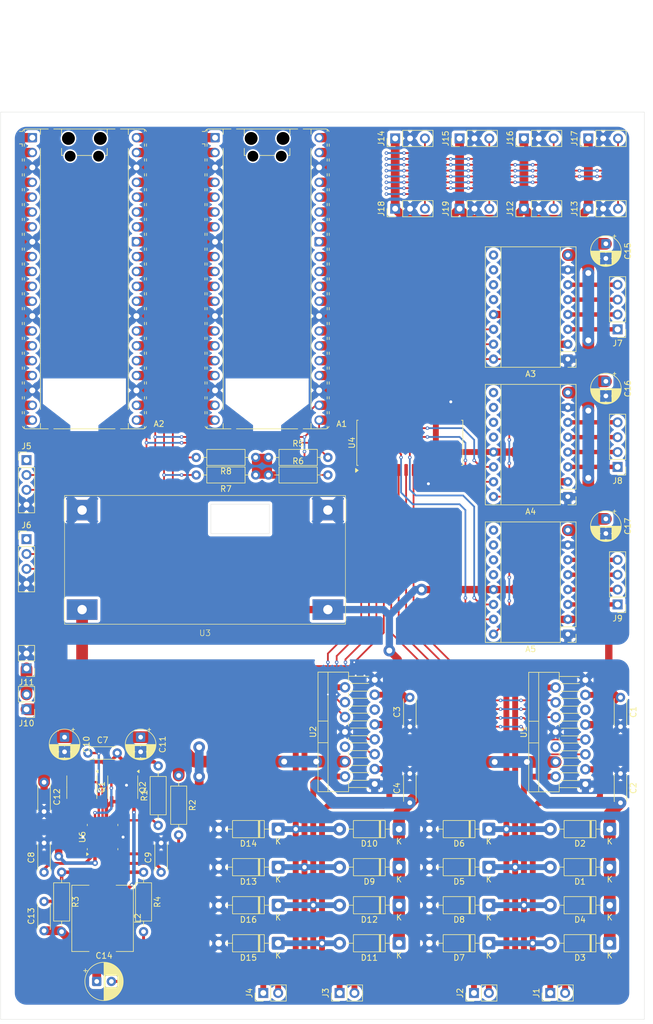
<source format=kicad_pcb>
(kicad_pcb (version 20241229) (generator "pcbnew") (generator_version "9.0")
  (layers (0 "F.Cu" signal) (2 "B.Cu" signal) (13 "F.Paste" user) (15 "B.Paste" user) (5 "F.SilkS" user "F.Silkscreen") (7 "B.SilkS" user "B.Silkscreen") (1 "F.Mask" user) (3 "B.Mask" user) (25 "Edge.Cuts" user))
  (net 0 "")
  (net 3 "I2C 0 SCL")
  (net 4 "Motor 2 Activation Pin")
  (net 5 "GNDPWR")
  (net 7 "Servo 3 PWM")
  (net 8 "Servo 8 PWM")
  (net 10 "Servo 2 PWM")
  (net 13 "+5VL")
  (net 14 "Servo 7 PWM")
  (net 16 "Servo 4 PWM")
  (net 18 "Servo 5 PWM")
  (net 20 "Motor 1 Activation Pin")
  (net 23 "Servo 1 PWM")
  (net 24 "Servo 6 PWM")
  (net 28 "Motor 3 Activation Pin")
  (net 30 "I2C 0 SDA")
  (net 33 "Motor 4 Activation Pin")
  (net 45 "I2C 1 SCL")
  (net 53 "I2C 1 SDA")
  (net 68 "Net-(A3-1A)")
  (net 69 "Net-(A3-1B)")
  (net 70 "Stepper 3 Sleep")
  (net 71 "Net-(A3-2A)")
  (net 72 "Steppers Dir")
  (net 73 "Stepper 3 Step")
  (net 74 "+12V")
  (net 75 "Net-(A3-2B)")
  (net 78 "Net-(A4-1B)")
  (net 80 "Stepper 1 Sleep")
  (net 81 "Net-(A4-2A)")
  (net 82 "Net-(A4-1A)")
  (net 85 "Net-(A4-2B)")
  (net 86 "Stepper 1 Step")
  (net 89 "Stepper 2 Sleep")
  (net 90 "Net-(A5-1B)")
  (net 91 "Net-(A5-1A)")
  (net 92 "Net-(A5-2A)")
  (net 93 "Stepper 2 Step")
  (net 96 "Net-(A5-2B)")
  (net 97 "Net-(U6-SW)")
  (net 98 "Net-(U6-BST)")
  (net 99 "Net-(U6-VCC)")
  (net 100 "Net-(U6-SS)")
  (net 101 "Net-(U6-FB)")
  (net 102 "+5VP")
  (net 103 "Net-(C14-Pad2)")
  (net 104 "Net-(D1-A)")
  (net 105 "Net-(D2-A)")
  (net 106 "Net-(D3-A)")
  (net 107 "Net-(D4-A)")
  (net 108 "Net-(D13-K)")
  (net 109 "Net-(D10-A)")
  (net 110 "Net-(D11-A)")
  (net 111 "Net-(D12-A)")
  (net 112 "Net-(J10-Pin_2)")
  (net 113 "Net-(Q1-G)")
  (net 114 "Net-(Q2-G)")
  (net 115 "Net-(U6-ILIM)")
  (net 116 "Net-(U6-RON)")
  (net 117 "Motor 1 Direction Pin 2")
  (net 118 "Motor 1 Direction Pin 1")
  (net 119 "Motor 2 Direction Pin 2")
  (net 120 "Motor 2 Direction Pin 1")
  (net 121 "Motor 4 Direction Pin 2")
  (net 122 "Motor 3 Direction Pin 1")
  (net 123 "Motor 3 Direction Pin 2")
  (net 124 "Motor 4 Direction Pin 1")
  (footprint "Connector_PinHeader_2.54mm:PinHeader_1x02_P2.54mm_Vertical" (layer "F.Cu") (at 235.5 218 90)
    (property "Reference" "J3")
    (property "Value" "Motor 2 Conn")
  )
  (footprint "Inductor_SMD:L_APV_APH1040" (layer "F.Cu") (at 195 205.25 -90)
    (property "Reference" "L2")
    (property "Value" "1.8uH")
  )
  (footprint "Capacitor_THT:C_Disc_D4.3mm_W1.9mm_P5.00mm" (layer "F.Cu") (at 185 197.3625 90)
    (property "Reference" "C8")
    (property "Value" "2.2uF")
  )
  (footprint "Module:Pololu_Breakout-16_15.2x20.3mm" (layer "F.Cu") (at 274.5 109.7 180)
    (property "Reference" "A3")
    (property "Value" "Pololu_Breakout_A4988")
  )
  (footprint "Package_SO:SOIC-8_3.9x4.9mm_P1.27mm" (layer "F.Cu") (at 198.45 182.8375 -90)
    (property "Reference" "Q2")
    (property "Value" "IRF8714PBF")
  )
  (footprint "Resistor_THT:R_Axial_DIN0207_L6.3mm_D2.5mm_P10.16mm_Horizontal" (layer "F.Cu") (at 208 180.84 -90)
    (property "Reference" "R2")
    (property "Value" "82.5kΩ")
  )
  (footprint "Diode_THT:D_DO-41_SOD81_P10.16mm_Horizontal" (layer "F.Cu") (at 281.66 209.5 180)
    (property "Reference" "D3")
    (property "Value" "1N4007")
  )
  (footprint "Connector_PinHeader_2.54mm:PinHeader_1x03_P2.54mm_Vertical" (layer "F.Cu") (at 267 84 90)
    (property "Reference" "J12")
    (property "Value" "Servo 4 Conn")
  )
  (footprint "Diode_THT:D_DO-41_SOD81_P10.16mm_Horizontal" (layer "F.Cu") (at 261 196.5 180)
    (property "Reference" "D5")
    (property "Value" "1N4007")
  )
  (footprint "Connector_PinHeader_2.54mm:PinHeader_1x04_P2.54mm_Vertical" (layer "F.Cu") (at 283 151.62 180)
    (property "Reference" "J9")
    (property "Value" "Stepper 3 Conn")
  )
  (footprint "Diode_THT:D_DO-41_SOD81_P10.16mm_Horizontal" (layer "F.Cu") (at 225 209.5 180)
    (property "Reference" "D15")
    (property "Value" "1N4007")
  )
  (footprint "Connector_PinHeader_2.54mm:PinHeader_1x04_P2.54mm_Vertical" (layer "F.Cu") (at 182 140.46)
    (property "Reference" "J6")
    (property "Value" "I2C 1 Conn")
  )
  (footprint "Module:RaspberryPi_Pico_Common_Unspecified" (layer "F.Cu") (at 191.89 96)
    (property "Reference" "A2")
    (property "Value" "RaspberryPi_Pico_W")
  )
  (footprint "Connector_PinHeader_2.54mm:PinHeader_1x03_P2.54mm_Vertical" (layer "F.Cu") (at 278 84 90)
    (property "Reference" "J13")
    (property "Value" "Servo 1 Conn")
  )
  (footprint "Capacitor_THT:C_Disc_D4.3mm_W1.9mm_P5.00mm" (layer "F.Cu") (at 185 207.3625 90)
    (property "Reference" "C13")
    (property "Value" "120pF")
  )
  (footprint "Package_SO:HTSSOP-14-1EP_4.4x5mm_P0.65mm_EP3.4x5mm_Mask3x3.1mm" (layer "F.Cu") (at 195 191.3625 90)
    (property "Reference" "U6")
    (property "Value" "LM3150MH")
  )
  (footprint "Module:Pololu_Breakout-16_15.2x20.3mm" (layer "F.Cu") (at 274.5 133.2 180)
    (property "Reference" "A4")
    (property "Value" "Pololu_Breakout_A4988")
  )
  (footprint "Connector_PinHeader_2.54mm:PinHeader_1x03_P2.54mm_Vertical" (layer "F.Cu") (at 245 72 90)
    (property "Reference" "J14")
    (property "Value" "Servo 2 Conn")
  )
  (footprint "Connector_PinHeader_2.54mm:PinHeader_1x02_P2.54mm_Vertical" (layer "F.Cu") (at 258.46 218 90)
    (property "Reference" "J2")
    (property "Value" "Motor 1 Conn")
  )
  (footprint "Connector_PinHeader_2.54mm:PinHeader_1x02_P2.54mm_Vertical" (layer "F.Cu") (at 271.5 218 90)
    (property "Reference" "J1")
    (property "Value" "Motor 0 Conn")
  )
  (footprint "Capacitor_THT:C_Disc_D4.3mm_W1.9mm_P5.00mm" (layer "F.Cu") (at 283.5 180.5 -90)
    (property "Reference" "C2")
    (property "Value" "100nF")
  )
  (footprint "Diode_THT:D_DO-41_SOD81_P10.16mm_Horizontal" (layer "F.Cu") (at 261 203 180)
    (property "Reference" "D8")
    (property "Value" "1N4007")
  )
  (footprint "Capacitor_THT:CP_Radial_D5.0mm_P2.50mm" (layer "F.Cu") (at 281 137 -90)
    (property "Reference" "C17")
    (property "Value" "100uF")
  )
  (footprint "Capacitor_THT:CP_Radial_D5.0mm_P2.50mm" (layer "F.Cu") (at 281 113.5 -90)
    (property "Reference" "C16")
    (property "Value" "100uF")
  )
  (footprint "Diode_THT:D_DO-41_SOD81_P10.16mm_Horizontal" (layer "F.Cu") (at 245.66 203 180)
    (property "Reference" "D12")
    (property "Value" "1N4007")
  )
  (footprint "Diode_THT:D_DO-41_SOD81_P10.16mm_Horizontal" (layer "F.Cu") (at 261 209.5 180)
    (property "Reference" "D7")
    (property "Value" "1N4007")
  )
  (footprint "LM2596S-Module:LM2596S-Module" (layer "F.Cu") (at 212.5 144)
    (property "Reference" "U3")
    (property "Value" "~")
    (fp_rect (start 1 -9.5) (end 11 -4.5) (stroke (width 0.05)) (fill no) (layer "Edge.Cuts"))
  )
  (footprint "Diode_THT:D_DO-41_SOD81_P10.16mm_Horizontal" (layer "F.Cu") (at 281.66 190 180)
    (property "Reference" "D2")
    (property "Value" "1N4007")
  )
  (footprint "Package_SO:SOIC-8_3.9x4.9mm_P1.27mm" (layer "F.Cu") (at 191.45 182.8375 -90)
    (property "Reference" "Q1")
    (property "Value" "IRF8714PBF")
  )
  (footprint "Capacitor_THT:CP_Radial_D5.0mm_P2.50mm" (layer "F.Cu") (at 281 90 -90)
    (property "Reference" "C15")
    (property "Value" "100uF")
  )
  (footprint "Connector_PinHeader_2.54mm:PinHeader_1x03_P2.54mm_Vertical" (layer "F.Cu") (at 245 84 90)
    (property "Reference" "J18")
    (property "Value" "Servo 7 Conn")
  )
  (footprint "Connector_PinHeader_2.54mm:PinHeader_1x03_P2.54mm_Vertical" (layer "F.Cu") (at 267 72 90)
    (property "Reference" "J16")
    (property "Value" "Servo 5 Conn")
  )
  (footprint "Capacitor_THT:CP_Radial_D5.0mm_P2.50mm" (layer "F.Cu") (at 201.5 174.294888 -90)
    (property "Reference" "C11")
    (property "Value" "10uF")
  )
  (footprint "Capacitor_THT:C_Disc_D4.3mm_W1.9mm_P5.00mm" (layer "F.Cu") (at 247.5 172.5 90)
    (property "Reference" "C3")
    (property "Value" "100nF")
  )
  (footprint "Module:RaspberryPi_Pico_Common_Unspecified" (layer "F.Cu") (at 223.11 96)
    (property "Reference" "A1")
    (property "Value" "RaspberryPi_Pico")
  )
  (footprint "Diode_THT:D_DO-41_SOD81_P10.16mm_Horizontal" (layer "F.Cu") (at 245.66 190 180)
    (property "Reference" "D10")
    (property "Value" "1N4007")
  )
  (footprint "Connector_PinHeader_2.54mm:PinHeader_1x03_P2.54mm_Vertical" (layer "F.Cu") (at 256 72 90)
    (property "Reference" "J15")
    (property "Value" "Servo 3 Conn")
  )
  (footprint "Resistor_THT:R_Axial_DIN0207_L6.3mm_D2.5mm_P10.16mm_Horizontal" (layer "F.Cu") (at 223.34 126.5)
    (property "Reference" "R5")
    (property "Value" "4.7kΩ")
  )
  (footprint "Connector_PinHeader_2.54mm:PinHeader_1x02_P2.54mm_Vertical" (layer "F.Cu") (at 182 162.54 180)
    (property "Reference" "J11")
    (property "Value" "BAU")
  )
  (footprint "Diode_THT:D_DO-41_SOD81_P10.16mm_Horizontal" (layer "F.Cu") (at 225 203 180)
    (property "Reference" "D16")
    (property "Value" "1N4007")
  )
  (footprint "Capacitor_THT:C_Disc_D4.3mm_W1.9mm_P5.00mm" (layer "F.Cu") (at 185 182 -90)
    (property "Reference" "C12")
    (property "Value" "100nF")
  )
  (footprint "Capacitor_THT:C_Disc_D4.3mm_W1.9mm_P5.00mm" (layer "F.Cu") (at 283.5 167.5 -90)
    (property "Reference" "C1")
    (property "Value" "100nF")
  )
  (footprint "Package_SO:SOIC-28W_7.5x17.9mm_P1.27mm" (layer "F.Cu") (at 247.5 124 90)
    (property "Reference" "U4")
    (property "Value" "MCP23017_SO")
  )
  (footprint "Diode_THT:D_DO-41_SOD81_P10.16mm_Horizontal" (layer "F.Cu") (at 281.66 203 180)
    (property "Reference" "D4")
    (property "Value" "1N4007")
  )
  (footprint "Module:Pololu_Breakout-16_15.2x20.3mm" (layer "F.Cu") (at 274.5 156.7 180)
    (property "Reference" "A5")
    (property "Value" "Pololu_Breakout_A4988")
  )
  (footprint "Connector_PinHeader_2.54mm:PinHeader_1x03_P2.54mm_Vertical" (layer "F.Cu") (at 278 72 90)
    (property "Reference" "J17")
    (property "Value" "Servo 6 Conn")
  )
  (footprint "Capacitor_THT:C_Disc_D4.3mm_W1.9mm_P5.00mm" (layer "F.Cu") (at 192.5 177)
    (property "Reference" "C7")
    (property "Value" "470nF")
  )
  (footprint "Diode_THT:D_DO-41_SOD81_P10.16mm_Horizontal" (layer "F.Cu") (at 281.66 196.5 180)
    (property "Reference" "D1")
    (property "Value" "1N4007")
  )
  (footprint "Resistor_THT:R_Axial_DIN0207_L6.3mm_D2.5mm_P10.16mm_Horizontal" (layer "F.Cu") (at 223.34 129.5)
    (property "Reference" "R6")
    (property "Value" "4.7kΩ")
  )
  (footprint "Diode_THT:D_DO-41_SOD81_P10.16mm_Horizontal" (layer "F.Cu") (at 245.66 196.5 180)
    (property "Reference" "D9")
    (property "Value" "1N4007")
  )
  (footprint "Resistor_THT:R_Axial_DIN0207_L6.3mm_D2.5mm_P10.16mm_Horizontal" (layer "F.Cu") (at 221.16 129.5 180)
    (property "Reference" "R7")
    (property "Value" "4.7kΩ")
  )
  (footprint "Resistor_THT:R_Axial_DIN0207_L6.3mm_D2.5mm_P10.16mm_Horizontal" (layer "F.Cu") (at 202 197.3625 -90)
    (property "Reference" "R4")
    (property "Value" "10kΩ")
  )
  (footprint "Capacitor_THT:CP_Radial_D6.3mm_P2.50mm" (layer "F.Cu") (at 194 216.0225)
    (property "Reference" "C14")
    (property "Value" "120uF")
  )
  (footprint "Package_TO_SOT_THT:TO-220-15_P2.54x5.08mm_StaggerOdd_Lead4.58mm_Vertical" (layer "F.Cu") (at 277.5 182.31 90)
    (property "Reference" "U1")
    (property "Value" "L298HN")
  )
  (footprint "Capacitor_THT:C_Disc_D4.3mm_W1.9mm_P5.00mm" (layer "F.Cu") (at 247.5 185.5 90)
    (property "Reference" "C4")
    (property "Value" "100nF")
  )
  (footprint "Resistor_THT:R_Axial_DIN0207_L6.3mm_D2.5mm_P10.16mm_Horizontal" (layer "F.Cu") (at 188 197.3625 -90)
    (property "Reference" "R3")
    (property "Value" "73.2kΩ")
  )
  (footprint "Capacitor_THT:C_Disc_D4.3mm_W1.9mm_P5.00mm" (layer "F.Cu") (at 205 197.3625 90)
    (property "Reference" "C9")
    (property "Value" "15nF")
  )
  (footprint "Connector_PinHeader_2.54mm:PinHeader_1x04_P2.54mm_Vertical" (layer "F.Cu") (at 182 126.96)
    (property "Reference" "J5")
    (property "Value" "I2C 0 Conn")
  )
  (footprint "Diode_THT:D_DO-41_SOD81_P10.16mm_Horizontal" (layer "F.Cu") (at 245.66 209.5 180)
    (property "Reference" "D11")
    (property "Value" "1N4007")
  )
  (footprint "Resistor_THT:R_Axial_DIN0207_L6.3mm_D2.5mm_P10.16mm_Horizontal" (layer "F.Cu") (at 221.16 126.5 180)
    (property "Reference" "R8")
    (property "Value" "4.7kΩ")
  )
  (footprint "Connector_PinHeader_2.54mm:PinHeader_1x03_P2.54mm_Vertical" (layer "F.Cu") (at 256 84 90)
    (property "Reference" "J19")
    (property "Value" "Servo 8 Conn")
  )
  (footprint "Package_TO_SOT_THT:TO-220-15_P2.54x5.08mm_StaggerOdd_Lead4.58mm_Vertical" (layer "F.Cu") (at 241.5 182.28 90)
    (property "Reference" "U2")
    (property "Value" "L298HN")
  )
  (footprint "Diode_THT:D_DO-41_SOD81_P10.16mm_Horizontal" (layer "F.Cu") (at 261 190 180)
    (property "Reference" "D6")
    (property "Value" "1N4007")
  )
  (footprint "Connector_PinHeader_2.54mm:PinHeader_1x04_P2.54mm_Vertical" (layer "F.Cu") (at 283 128.12 180)
    (property "Reference" "J8")
    (property "Value" "Stepper 2 Conn")
  )
  (footprint "Diode_THT:D_DO-41_SOD81_P10.16mm_Horizontal" (layer "F.Cu") (at 225 190 180)
    (property "Reference" "D14")
    (property "Value" "1N4007")
  )
  (footprint "Connector_PinHeader_2.54mm:PinHeader_1x02_P2.54mm_Vertical" (layer "F.Cu") (at 222.46 218 90)
    (property "Reference" "J4")
    (property "Value" "Motor 3 Conn")
  )
  (footprint "Connector_PinHeader_2.54mm:PinHeader_1x04_P2.54mm_Vertical" (layer "F.Cu") (at 283 104.62 180)
    (property "Reference" "J7")
    (property "Value" "Stepper 1 Conn")
  )
  (footprint "Capacitor_THT:CP_Radial_D5.0mm_P2.50mm" (layer "F.Cu") (at 188.5 174.294888 -90)
    (property "Reference" "C10")
    (property "Value" "10uF")
  )
  (footprint "Diode_THT:D_DO-41_SOD81_P10.16mm_Horizontal" (layer "F.Cu") (at 225 196.5 180)
    (property "Reference" "D13")
    (property "Value" "1N4007")
  )
  (footprint "Resistor_THT:R_Axial_DIN0207_L6.3mm_D2.5mm_P10.16mm_Horizontal" (layer "F.Cu") (at 204.5 189.3625 90)
    (property "Reference" "R1")
    (property "Value" "665Ω")
  )
  (footprint "Connector_PinHeader_2.54mm:PinHeader_1x02_P2.54mm_Vertical" (layer "F.Cu") (at 182 169.54 180)
    (property "Reference" "J10")
    (property "Value" "12V Battery")
  )
  (gr_rect (start 177.58 67.5) (end 287.58 222.5) (stroke (width 0.05)) (fill no) (layer "Edge.Cuts"))
  (segment (start 204 131) (end 202.96 132.04) (width 0.3) (layer "F.Cu") (net 3))
  (segment (start 253.215 128.65) (end 253.215 126.58) (width 0.2) (layer "F.Cu") (net 3))
  (segment (start 231.41 117.59) (end 232 117.59) (width 0.3) (layer "F.Cu") (net 3))
  (segment (start 230.5 122) (end 229.5 123) (width 0.3) (layer "F.Cu") (net 3))
  (segment (start 230.5 122) (end 230.5 118.5) (width 0.3) (layer "F.Cu") (net 3))
  (segment (start 229.5 125.5) (end 229.5 128.5) (width 0.3) (layer "F.Cu") (net 3))
  (segment (start 230.5 118.5) (end 231.41 117.59) (width 0.3) (layer "F.Cu") (net 3))
  (segment (start 202.96 132.04) (end 182 132.04) (width 0.3) (layer "F.Cu") (net 3))
  (segment (start 229.5 123) (end 208.5 123) (width 0.3) (layer "F.Cu") (net 3))
  (segment (start 229.5 128.5) (end 230.5 129.5) (width 0.3) (layer "F.Cu") (net 3))
  (segment (start 204 123) (end 204 131) (width 0.3) (layer "F.Cu") (net 3))
  (segment (start 204 123) (end 204 119) (width 0.3) (layer "F.Cu") (net 3))
  (segment (start 204 119) (end 202.59 117.59) (width 0.3) (layer "F.Cu") (net 3))
  (segment (start 230.5 129.5) (end 233.5 129.5) (width 0.3) (layer "F.Cu") (net 3))
  (segment (start 202.59 117.59) (end 200.78 117.59) (width 0.3) (layer "F.Cu") (net 3))
  (via (at 208.5 123) (size 0.6) (drill 0.3) (layers "F.Cu" "B.Cu") (net 3))
  (via (at 204 123) (size 0.6) (drill 0.3) (layers "F.Cu" "B.Cu") (net 3))
  (via (at 229.5 123) (size 0.6) (drill 0.3) (layers "F.Cu" "B.Cu") (net 3))
  (via (at 229.5 125.5) (size 0.6) (drill 0.3) (layers "F.Cu" "B.Cu") (net 3))
  (segment (start 204 123) (end 208.5 123) (width 0.3) (layer "B.Cu") (net 3))
  (segment (start 229.5 125.5) (end 229.5 123) (width 0.3) (layer "B.Cu") (net 3))
  (segment (start 195.65 192.0125) (end 195 191.3625) (width 0.5) (layer "F.Cu") (net 5))
  (segment (start 199.085 180.3625) (end 197.815 180.3625) (width 1) (layer "F.Cu") (net 5))
  (segment (start 196.3 190.0625) (end 195 191.3625) (width 0.5) (layer "F.Cu") (net 5))
  (segment (start 195 191.3625) (end 194.3625 191.3625) (width 0.5) (layer "F.Cu") (net 5))
  (segment (start 193.05 190.05) (end 193.05 188.5) (width 0.6) (layer "F.Cu") (net 5))
  (segment (start 254.485 117.015) (end 254.5 117) (width 0.6) (layer "F.Cu") (net 5))
  (segment (start 195 191.3625) (end 191.6375 191.3625) (width 1) (layer "F.Cu") (net 5))
  (segment (start 196.3 188.5) (end 196.3 190.0625) (width 0.6) (layer "F.Cu") (net 5))
  (segment (start 200.355 180.3625) (end 199.085 180.3625) (width 1) (layer "F.Cu") (net 5))
  (segment (start 250.675 128.65) (end 250.675 131) (width 1) (layer "F.Cu") (net 5))
  (segment (start 195.65 194.225) (end 195.65 192.0125) (width 0.6) (layer "F.Cu") (net 5))
  (segment (start 254.485 119.35) (end 253.215 119.35) (width 0.6) (layer "F.Cu") (net 5))
  (segment (start 255.755 119.35) (end 254.485 119.35) (width 0.6) (layer "F.Cu") (net 5))
  (segment (start 195 191.3625) (end 198.5 191.3625) (width 1) (layer "F.Cu") (net 5))
  (segment (start 194.3625 191.3625) (end 193.05 190.05) (width 0.5) (layer "F.Cu") (net 5))
  (segment (start 254.485 119.35) (end 254.485 117.015) (width 0.6) (layer "F.Cu") (net 5))
  (segment (start 199.085 182.5) (end 199.085 180.3625) (width 1) (layer "F.Cu") (net 5))
  (via (at 198.5 191.3625) (size 1) (drill 0.5) (layers "F.Cu" "B.Cu") (net 5))
  (via (at 191.6375 191.3625) (size 1) (drill 0.5) (layers "F.Cu" "B.Cu") (net 5))
  (via (at 199.085 182.5) (size 1) (drill 0.5) (layers "F.Cu" "B.Cu") (net 5))
  (via (at 254.5 117) (size 1) (drill 0.5) (layers "F.Cu" "B.Cu") (net 5))
  (via (at 250.675 131) (size 1) (drill 0.5) (layers "F.Cu" "B.Cu") (net 5))
  (segment (start 260.08 75.5) (end 257.5 75.5) (width 0.3) (layer "F.Cu") (net 7))
  (segment (start 261.08 72) (end 261.08 74.5) (width 0.3) (layer "F.Cu") (net 7))
  (segment (start 261.08 74.5) (end 260.08 75.5) (width 0.3) (layer "F.Cu") (net 7))
  (segment (start 254.5 75.5) (end 246.5 75.5) (width 0.3) (layer "F.Cu") (net 7))
  (via (at 254.5 75.5) (size 0.6) (drill 0.3) (layers "F.Cu" "B.Cu") (net 7))
  (via (at 243.5 75.5) (size 0.6) (drill 0.3) (layers "F.Cu" "B.Cu") (net 7))
  (via (at 257.5 75.5) (size 0.6) (drill 0.3) (layers "F.Cu" "B.Cu") (net 7))
  (via (at 246.5 75.5) (size 0.6) (drill 0.3) (layers "F.Cu" "B.Cu") (net 7))
  (segment (start 246.5 75.5) (end 243.5 75.5) (width 0.3) (layer "B.Cu") (net 7))
  (segment (start 257.5 75.5) (end 254.5 75.5) (width 0.3) (layer "B.Cu") (net 7))
  (segment (start 260.08 80.5) (end 257.5 80.5) (width 0.3) (layer "F.Cu") (net 8))
  (segment (start 261.08 84) (end 261.08 81.5) (width 0.3) (layer "F.Cu") (net 8))
  (segment (start 261.08 81.5) (end 260.08 80.5) (width 0.3) (layer "F.Cu") (net 8))
  (segment (start 254.5 80.5) (end 246.5 80.5) (width 0.3) (layer "F.Cu") (net 8))
  (via (at 246.5 80.5) (size 0.6) (drill 0.3) (layers "F.Cu" "B.Cu") (net 8))
  (via (at 257.5 80.5) (size 0.6) (drill 0.3) (layers "F.Cu" "B.Cu") (net 8))
  (via (at 243.5 80.5) (size 0.6) (drill 0.3) (layers "F.Cu" "B.Cu") (net 8))
  (via (at 254.5 80.5) (size 0.6) (drill 0.3) (layers "F.Cu" "B.Cu") (net 8))
  (segment (start 257.5 80.5) (end 254.5 80.5) (width 0.3) (layer "B.Cu") (net 8))
  (segment (start 246.5 80.5) (end 243.5 80.5) (width 0.3) (layer "B.Cu") (net 8))
  (segment (start 250.08 72) (end 250.08 73.5) (width 0.3) (layer "F.Cu") (net 10))
  (segment (start 250.08 73.5) (end 249.08 74.5) (width 0.3) (layer "F.Cu") (net 10))
  (segment (start 249.08 74.5) (end 246.5 74.5) (width 0.3) (layer "F.Cu") (net 10))
  (via (at 243.5 74.5) (size 0.6) (drill 0.3) (layers "F.Cu" "B.Cu") (net 10))
  (via (at 246.5 74.5) (size 0.6) (drill 0.3) (layers "F.Cu" "B.Cu") (net 10))
  (segment (start 246.5 74.5) (end 243.5 74.5) (width 0.3) (layer "B.Cu") (net 10))
  (segment (start 221.16 126.5) (end 223.34 126.5) (width 1.25) (layer "F.Cu") (net 13))
  (segment (start 227 130.5) (end 227 151.5) (width 1.25) (layer "F.Cu") (net 13))
  (segment (start 245.5 166.28) (end 246.72 167.5) (width 1.25) (layer "F.Cu") (net 13))
  (segment (start 221.16 127.32) (end 223.34 129.5) (width 1.25) (layer "F.Cu") (net 13))
  (segment (start 265.08 149.08) (end 270.16 144) (width 1.25) (layer "F.Cu") (net 13))
  (segment (start 274.5 130.66) (end 270.16 130.66) (width 1.25) (layer "F.Cu") (net 13))
  (segment (start 245.5 171) (end 244.38 172.12) (width 1.25) (layer "F.Cu") (net 13))
  (segment (start 270.16 154.16) (end 265.08 149.08) (width 1.25) (layer "F.Cu") (net 13))
  (segment (start 244.38 172.12) (end 241.5 172.12) (width 1.25) (layer "F.Cu") (net 13))
  (segment (start 280.2 172.15) (end 281.5 170.85) (width 1.25) (layer "F.Cu") (net 13))
  (segment (start 227 151.5) (end 228 152.5) (width 1.25) (layer "F.Cu") (net 13))
  (segment (start 251.945 119.35) (end 251.945 125.58) (width 1) (layer "F.Cu") (net 13))
  (segment (start 261.8 102.08) (end 265.08 102.08) (width 1.25) (layer "F.Cu") (net 13))
  (segment (start 221.16 129.5) (end 221.16 128.68) (width 1.25) (layer "F.Cu") (net 13))
  (segment (start 250.515 125.58) (end 249.405 126.69) (width 1) (layer "F.Cu") (net 13))
  (segment (start 283 167.5) (end 283.5 167.5) (width 1.25) (layer "F.Cu") (net 13))
  (segment (start 270.16 120.5) (end 265.08 125.58) (width 1.25) (layer "F.Cu") (net 13))
  (segment (start 270.16 130.66) (end 265.08 125.58) (width 1.25) (layer "F.Cu") (net 13))
  (segment (start 252 125.58) (end 250.515 125.58) (width 1) (layer "F.Cu") (net 13))
  (segment (start 265.08 149.08) (end 261.8 149.08) (width 1.25) (layer "F.Cu") (net 13))
  (segment (start 274.5 154.16) (end 280.16 154.16) (width 1.25) (layer "F.Cu") (net 13))
  (segment (start 245.5 168.72) (end 245.5 171) (width 1.25) (layer "F.Cu") (net 13))
  (segment (start 245.5 161) (end 245.5 166.28) (width 1.25) (layer "F.Cu") (net 13))
  (segment (start 226 129.5) (end 227 130.5) (width 1.25) (layer "F.Cu") (net 13))
  (segment (start 277.34 172.15) (end 280.2 172.15) (width 1.25) (layer "F.Cu") (net 13))
  (segment (start 270.16 130.66) (end 270.16 144) (width 1.25) (layer "F.Cu") (net 13))
  (segment (start 221.16 129.5) (end 223.34 129.5) (width 1.25) (layer "F.Cu") (net 13))
  (segment (start 221.16 126.5) (end 221.16 127.32) (width 1.25) (layer "F.Cu") (net 13))
  (segment (start 261.8 125.58) (end 252 125.58) (width 1) (layer "F.Cu") (net 13))
  (segment (start 281.5 166) (end 283 167.5) (width 1.25) (layer "F.Cu") (net 13))
  (segment (start 265.08 125.58) (end 261.8 125.58) (width 1.25) (layer "F.Cu") (net 13))
  (segment (start 280.16 154.16) (end 281.5 155.5) (width 1.25) (layer "F.Cu") (net 13))
  (segment (start 246.72 167.5) (end 245.5 168.72) (width 1.25) (layer "F.Cu") (net 13))
  (segment (start 270.16 107.16) (end 270.16 120.5) (width 1.25) (layer "F.Cu") (net 13))
  (segment (start 223.34 129.5) (end 226 129.5) (width 1.25) (layer "F.Cu") (net 13))
  (segment (start 270.16 107.16) (end 274.5 107.16) (width 1.25) (layer "F.Cu") (net 13))
  (segment (start 228 152.5) (end 233.5 152.5) (width 1.25) (layer "F.Cu") (net 13))
  (segment (start 261.8 149.08) (end 249.5 149.08) (width 1.25) (layer "F.Cu") (net 13))
  (segment (start 249.405 126.69) (end 249.405 128.65) (width 1) (layer "F.Cu") (net 13))
  (segment (start 223.34 126.5) (end 223.34 129.5) (width 1.25) (layer "F.Cu") (net 13))
  (segment (start 274.5 154.16) (end 270.16 154.16) (width 1.25) (layer "F.Cu") (net 13))
  (segment (start 281.5 170.85) (end 281.5 169) (width 1.25) (layer "F.Cu") (net 13))
  (segment (start 281.5 155.5) (end 281.5 166) (width 1.25) (layer "F.Cu") (net 13))
  (segment (start 221.16 128.68) (end 223.34 126.5) (width 1.25) (layer "F.Cu") (net 13))
  (segment (start 246.72 167.5) (end 247.5 167.5) (width 1.25) (layer "F.Cu") (net 13))
  (segment (start 221.16 126.5) (end 221.16 129.5) (width 1.25) (layer "F.Cu") (net 13))
  (segment (start 244 159.5) (end 245.5 161) (width 1.25) (layer "F.Cu") (net 13))
  (segment (start 265.08 102.08) (end 270.16 107.16) (width 1.25) (layer "F.Cu") (net 13))
  (segment (start 281.5 169) (end 283 167.5) (width 1.25) (layer "F.Cu") (net 13))
  (via (at 244 159.5) (size 2) (drill 1) (layers "F.Cu" "B.Cu") (net 13))
  (via (at 249.5 149.08) (size 2) (drill 1) (layers "F.Cu" "B.Cu") (net 13))
  (segment (start 244 153.5) (end 248.42 149.08) (width 1.25) (layer "B.Cu") (net 13))
  (segment (start 248.42 149.08) (end 249.5 149.08) (width 1.25) (layer "B.Cu") (net 13))
  (segment (start 243 152.5) (end 233.5 152.5) (width 1.25) (layer "B.Cu") (net 13))
  (segment (start 244 159.5) (end 244 153.5) (width 1.25) (layer "B.Cu") (net 13))
  (segment (start 244 153.5) (end 243 152.5) (width 1.25) (layer "B.Cu") (net 13))
  (segment (start 250.08 82.5) (end 249.08 81.5) (width 0.3) (layer "F.Cu") (net 14))
  (segment (start 250.08 84) (end 250.08 82.5) (width 0.3) (layer "F.Cu") (net 14))
  (segment (start 249.08 81.5) (end 246.5 81.5) (width 0.3) (layer "F.Cu") (net 14))
  (via (at 246.5 81.5) (size 0.6) (drill 0.3) (layers "F.Cu" "B.Cu") (net 14))
  (via (at 243.5 81.5) (size 0.6) (drill 0.3) (layers "F.Cu" "B.Cu") (net 14))
  (segment (start 246.5 81.5) (end 243.5 81.5) (width 0.3) (layer "B.Cu") (net 14))
  (segment (start 271.08 79.5) (end 268.5 79.5) (width 0.3) (layer "F.Cu") (net 16))
  (segment (start 265.5 79.5) (end 257.5 79.5) (width 0.3) (layer "F.Cu") (net 16))
  (segment (start 272.08 80.5) (end 271.08 79.5) (width 0.3) (layer "F.Cu") (net 16))
  (segment (start 254.5 79.5) (end 246.5 79.5) (width 0.3) (layer "F.Cu") (net 16))
  (segment (start 272.08 84) (end 272.08 80.5) (width 0.3) (layer "F.Cu") (net 16))
  (via (at 246.5 79.5) (size 0.6) (drill 0.3) (layers "F.Cu" "B.Cu") (net 16))
  (via (at 257.5 79.5) (size 0.6) (drill 0.3) (layers "F.Cu" "B.Cu") (net 16))
  (via (at 254.5 79.5) (size 0.6) (drill 0.3) (layers "F.Cu" "B.Cu") (net 16))
  (via (at 243.5 79.5) (size 0.6) (drill 0.3) (layers "F.Cu" "B.Cu") (net 16))
  (via (at 265.5 79.5) (size 0.6) (drill 0.3) (layers "F.Cu" "B.Cu") (net 16))
  (via (at 268.5 79.5) (size 0.6) (drill 0.3) (layers "F.Cu" "B.Cu") (net 16))
  (segment (start 246.5 79.5) (end 243.5 79.5) (width 0.3) (layer "B.Cu") (net 16))
  (segment (start 268.5 79.5) (end 265.5 79.5) (width 0.3) (layer "B.Cu") (net 16))
  (segment (start 257.5 79.5) (end 254.5 79.5) (width 0.3) (layer "B.Cu") (net 16))
  (segment (start 265.5 76.5) (end 257.5 76.5) (width 0.3) (layer "F.Cu") (net 18))
  (segment (start 272.08 72) (end 272.08 75.5) (width 0.3) (layer "F.Cu") (net 18))
  (segment (start 271.08 76.5) (end 268.5 76.5) (width 0.3) (layer "F.Cu") (net 18))
  (segment (start 272.08 75.5) (end 271.08 76.5) (width 0.3) (layer "F.Cu") (net 18))
  (segment (start 254.5 76.5) (end 246.5 76.5) (width 0.3) (layer "F.Cu") (net 18))
  (via (at 254.5 76.5) (size 0.6) (drill 0.3) (layers "F.Cu" "B.Cu") (net 18))
  (via (at 268.5 76.5) (size 0.6) (drill 0.3) (layers "F.Cu" "B.Cu") (net 18))
  (via (at 257.5 76.5) (size 0.6) (drill 0.3) (layers "F.Cu" "B.Cu") (net 18))
  (via (at 243.5 76.5) (size 0.6) (drill 0.3) (layers "F.Cu" "B.Cu") (net 18))
  (via (at 265.5 76.5) (size 0.6) (drill 0.3) (layers "F.Cu" "B.Cu") (net 18))
  (via (at 246.5 76.5) (size 0.6) (drill 0.3) (layers "F.Cu" "B.Cu") (net 18))
  (segment (start 246.5 76.5) (end 243.5 76.5) (width 0.3) (layer "B.Cu") (net 18))
  (segment (start 268.5 76.5) (end 265.5 76.5) (width 0.3) (layer "B.Cu") (net 18))
  (segment (start 257.5 76.5) (end 254.5 76.5) (width 0.3) (layer "B.Cu") (net 18))
  (segment (start 282 78.5) (end 279.5 78.5) (width 0.3) (layer "F.Cu") (net 23))
  (segment (start 276.5 78.5) (end 268.5 78.5) (width 0.3) (layer "F.Cu") (net 23))
  (segment (start 265.5 78.5) (end 257.5 78.5) (width 0.3) (layer "F.Cu") (net 23))
  (segment (start 254.5 78.5) (end 246.5 78.5) (width 0.3) (layer "F.Cu") (net 23))
  (segment (start 283.08 79.58) (end 282 78.5) (width 0.3) (layer "F.Cu") (net 23))
  (segment (start 283.08 84) (end 283.08 79.58) (width 0.3) (layer "F.Cu") (net 23))
  (via (at 257.5 78.5) (size 0.6) (drill 0.3) (layers "F.Cu" "B.Cu") (net 23))
  (via (at 254.5 78.5) (size 0.6) (drill 0.3) (layers "F.Cu" "B.Cu") (net 23))
  (via (at 265.5 78.5) (size 0.6) (drill 0.3) (layers "F.Cu" "B.Cu") (net 23))
  (via (at 279.5 78.5) (size 0.6) (drill 0.3) (layers "F.Cu" "B.Cu") (net 23))
  (via (at 276.5 78.5) (size 0.6) (drill 0.3) (layers "F.Cu" "B.Cu") (net 23))
  (via (at 268.5 78.5) (size 0.6) (drill 0.3) (layers "F.Cu" "B.Cu") (net 23))
  (via (at 243.5 78.5) (size 0.6) (drill 0.3) (layers "F.Cu" "B.Cu") (net 23))
  (via (at 246.5 78.5) (size 0.6) (drill 0.3) (layers "F.Cu" "B.Cu") (net 23))
  (segment (start 268.5 78.5) (end 265.5 78.5) (width 0.3) (layer "B.Cu") (net 23))
  (segment (start 246.5 78.5) (end 243.5 78.5) (width 0.3) (layer "B.Cu") (net 23))
  (segment (start 279.5 78.5) (end 276.5 78.5) (width 0.3) (layer "B.Cu") (net 23))
  (segment (start 257.5 78.5) (end 254.5 78.5) (width 0.3) (layer "B.Cu") (net 23))
  (segment (start 283.08 72) (end 283.08 76.5) (width 0.3) (layer "F.Cu") (net 24))
  (segment (start 257.5 77.5) (end 258 77.5) (width 0.3) (layer "F.Cu") (net 24))
  (segment (start 282.08 77.5) (end 279.5 77.5) (width 0.3) (layer "F.Cu") (net 24))
  (segment (start 276.5 77.5) (end 268.5 77.5) (width 0.3) (layer "F.Cu") (net 24))
  (segment (start 265.5 77.5) (end 257.5 77.5) (width 0.3) (layer "F.Cu") (net 24))
  (segment (start 254.5 77.5) (end 246.5 77.5) (width 0.3) (layer "F.Cu") (net 24))
  (segment (start 283.08 76.5) (end 282.08 77.5) (width 0.3) (layer "F.Cu") (net 24))
  (via (at 268.5 77.5) (size 0.6) (drill 0.3) (layers "F.Cu" "B.Cu") (net 24))
  (via (at 276.5 77.5) (size 0.6) (drill 0.3) (layers "F.Cu" "B.Cu") (net 24))
  (via (at 279.5 77.5) (size 0.6) (drill 0.3) (layers "F.Cu" "B.Cu") (net 24))
  (via (at 243.5 77.5) (size 0.6) (drill 0.3) (layers "F.Cu" "B.Cu") (net 24))
  (via (at 257.5 77.5) (size 0.6) (drill 0.3) (layers "F.Cu" "B.Cu") (net 24))
  (via (at 254.5 77.5) (size 0.6) (drill 0.3) (layers "F.Cu" "B.Cu") (net 24))
  (via (at 265.5 77.5) (size 0.6) (drill 0.3) (layers "F.Cu" "B.Cu") (net 24))
  (via (at 246.5 77.5) (size 0.6) (drill 0.3) (layers "F.Cu" "B.Cu") (net 24))
  (segment (start 246.5 77.5) (end 243.5 77.5) (width 0.3) (layer "B.Cu") (net 24))
  (segment (start 257.5 77.5) (end 254.5 77.5) (width 0.3) (layer "B.Cu") (net 24))
  (segment (start 279.5 77.5) (end 276.5 77.5) (width 0.3) (layer "B.Cu") (net 24))
  (segment (start 268.5 77.5) (end 265.5 77.5) (width 0.3) (layer "B.Cu") (net 24))
  (segment (start 202.5 128.5) (end 201.5 129.5) (width 0.3) (layer "F.Cu") (net 30))
  (segment (start 254.485 128.65) (end 254.485 126.58) (width 0.2) (layer "F.Cu") (net 30))
  (segment (start 201.5 129.5) (end 182 129.5) (width 0.3) (layer "F.Cu") (net 30))
  (segment (start 208.5 124) (end 231 124) (width 0.3) (layer "F.Cu") (net 30))
  (segment (start 232 123) (end 232 120.13) (width 0.3) (layer "F.Cu") (net 30))
  (segment (start 233.5 126.5) (end 231 124) (width 0.3) (layer "F.Cu") (net 30))
  (segment (start 202.5 120.13) (end 201.58 120.13) (width 0.3) (layer "F.Cu") (net 30))
  (segment (start 202.5 124) (end 202.5 120.13) (width 0.3) (layer "F.Cu") (net 30))
  (segment (start 231 124) (end 232 123) (width 0.3) (layer "F.Cu") (net 30))
  (segment (start 202.5 124) (end 202.5 128.5) (width 0.3) (layer "F.Cu") (net 30))
  (segment (start 200.5 120.41) (end 200.78 120.13) (width 0.2) (layer "F.Cu") (net 30))
  (via (at 208.5 124) (size 0.6) (drill 0.3) (layers "F.Cu" "B.Cu") (net 30))
  (via (at 202.5 124) (size 0.6) (drill 0.3) (layers "F.Cu" "B.Cu") (net 30))
  (segment (start 202.5 124) (end 208.5 124) (width 0.3) (layer "B.Cu") (net 30))
  (segment (start 207 111) (end 205.97 109.97) (width 0.3) (layer "F.Cu") (net 45))
  (segment (start 205.96 145.54) (end 207 144.5) (width 0.3) (layer "F.Cu") (net 45))
  (segment (start 207 144.5) (end 207 126.5) (width 0.3) (layer "F.Cu") (net 45))
  (segment (start 182 145.54) (end 205.96 145.54) (width 0.3) (layer "F.Cu") (net 45))
  (segment (start 207 126.5) (end 207 111) (width 0.3) (layer "F.Cu") (net 45))
  (segment (start 211 126.5) (end 207 126.5) (width 0.3) (layer "F.Cu") (net 45))
  (segment (start 205.97 109.97) (end 200.78 109.97) (width 0.3) (layer "F.Cu") (net 45))
  (segment (start 204.5 143) (end 205.5 142) (width 0.3) (layer "F.Cu") (net 53))
  (segment (start 205.5 113.5) (end 204.51 112.51) (width 0.3) (layer "F.Cu") (net 53))
  (segment (start 205.5 142) (end 205.5 129.5) (width 0.3) (layer "F.Cu") (net 53))
  (segment (start 204.51 112.51) (end 200.78 112.51) (width 0.3) (layer "F.Cu") (net 53))
  (segment (start 211 129.5) (end 208.5 129.5) (width 0.3) (layer "F.Cu") (net 53))
  (segment (start 182 143) (end 204.5 143) (width 0.3) (layer "F.Cu") (net 53))
  (segment (start 205.5 129.5) (end 205.5 113.5) (width 0.3) (layer "F.Cu") (net 53))
  (via (at 205.5 129.5) (size 0.6) (drill 0.3) (layers "F.Cu" "B.Cu") (net 53))
  (via (at 208.5 129.5) (size 0.6) (drill 0.3) (layers "F.Cu" "B.Cu") (net 53))
  (segment (start 208.5 129.5) (end 205.5 129.5) (width 0.3) (layer "B.Cu") (net 53))
  (segment (start 274.34 102.08) (end 283 102.08) (width 0.75) (layer "F.Cu") (net 68))
  (segment (start 283 104.62) (end 274.34 104.62) (width 0.75) (layer "F.Cu") (net 69))
  (segment (start 244.325 119.35) (end 244.325 122.325) (width 0.3) (layer "F.Cu") (net 70))
  (segment (start 244.325 122.325) (end 247.5 125.5) (width 0.3) (layer "F.Cu") (net 70))
  (segment (start 247.5 125.5) (end 247.5 126.5) (width 0.3) (layer "F.Cu") (net 70))
  (segment (start 259.62 151.62) (end 258.5 150.5) (width 0.3) (layer "F.Cu") (net 70))
  (segment (start 261.8 151.62) (end 259.62 151.62) (width 0.3) (layer "F.Cu") (net 70))
  (via (at 258.5 150.5) (size 0.6) (drill 0.3) (layers "F.Cu" "B.Cu") (net 70))
  (via (at 247.5 126.5) (size 0.6) (drill 0.3) (layers "F.Cu" "B.Cu") (net 70))
  (segment (start 247.5 126.5) (end 247.5 132) (width 0.3) (layer "B.Cu") (net 70))
  (segment (start 247.5 132) (end 248.5 133) (width 0.3) (layer "B.Cu") (net 70))
  (segment (start 256.590096 133) (end 258.5 134.909904) (width 0.3) (layer "B.Cu") (net 70))
  (segment (start 248.5 133) (end 256.590096 133) (width 0.3) (layer "B.Cu") (net 70))
  (segment (start 258.5 134.909904) (end 258.5 150.5) (width 0.3) (layer "B.Cu") (net 70))
  (segment (start 283 99.54) (end 274.34 99.54) (width 0.75) (layer "F.Cu") (net 71))
  (segment (start 263.2 109.7) (end 264.5 111) (width 0.3) (layer "F.Cu") (net 72))
  (segment (start 264.5 134.4) (end 264.5 147) (width 0.3) (layer "F.Cu") (net 72))
  (segment (start 261.8 109.7) (end 263.2 109.7) (width 0.3) (layer "F.Cu") (net 72))
  (segment (start 264.5 132) (end 264.5 127.5) (width 0.3) (layer "F.Cu") (net 72))
  (segment (start 263.3 133.2) (end 264.5 134.4) (width 0.3) (layer "F.Cu") (net 72))
  (segment (start 248.135 119.35) (end 248.135 110.865) (width 0.3) (layer "F.Cu") (net 72))
  (segment (start 248.135 110.865) (end 249.3 109.7) (width 0.3) (layer "F.Cu") (net 72))
  (segment (start 261.8 156.7) (end 264.5 154) (width 0.3) (layer "F.Cu") (net 72))
  (segment (start 264.5 154) (end 264.5 151) (width 0.3) (layer "F.Cu") (net 72))
  (segment (start 261.8 133.2) (end 263.3 133.2) (width 0.3) (layer "F.Cu") (net 72))
  (segment (start 264.5 111) (end 264.5 123.5) (width 0.3) (layer "F.Cu") (net 72))
  (segment (start 263.3 133.2) (end 264.5 132) (width 0.3) (layer "F.Cu") (net 72))
  (segment (start 249.3 109.7) (end 261.8 109.7) (width 0.3) (layer "F.Cu") (net 72))
  (via (at 264.5 147) (size 0.6) (drill 0.3) (layers "F.Cu" "B.Cu") (net 72))
  (via (at 264.5 123.5) (size 0.6) (drill 0.3) (layers "F.Cu" "B.Cu") (net 72))
  (via (at 264.5 127.5) (size 0.6) (drill 0.3) (layers "F.Cu" "B.Cu") (net 72))
  (via (at 264.5 151) (size 0.6) (drill 0.3) (layers "F.Cu" "B.Cu") (net 72))
  (segment (start 264.5 127.5) (end 264.5 123.5) (width 0.3) (layer "B.Cu") (net 72))
  (segment (start 264.5 151) (end 264.5 147) (width 0.3) (layer "B.Cu") (net 72))
  (segment (start 243.055 123) (end 246 125.945) (width 0.3) (layer "F.Cu") (net 73))
  (segment (start 257 153) (end 258.16 154.16) (width 0.3) (layer "F.Cu") (net 73))
  (segment (start 246 125.945) (end 246 126.5) (width 0.3) (layer "F.Cu") (net 73))
  (segment (start 258.16 154.16) (end 261.8 154.16) (width 0.3) (layer "F.Cu") (net 73))
  (segment (start 243.055 119.35) (end 243.055 123) (width 0.3) (layer "F.Cu") (net 73))
  (segment (start 257 150.5) (end 257 153) (width 0.3) (layer "F.Cu") (net 73))
  (via (at 246 126.5) (size 0.6) (drill 0.3) (layers "F.Cu" "B.Cu") (net 73))
  (via (at 257 150.5) (size 0.6) (drill 0.3) (layers "F.Cu" "B.Cu") (net 73))
  (segment (start 256 134.5) (end 257 135.5) (width 0.3) (layer "B.Cu") (net 73))
  (segment (start 246 126.5) (end 246 132.5) (width 0.3) (layer "B.Cu") (net 73))
  (segment (start 257 135.5) (end 257 150.5) (width 0.3) (layer "B.Cu") (net 73))
  (segment (start 246 132.5) (end 248 134.5) (width 0.3) (layer "B.Cu") (net 73))
  (segment (start 248 134.5) (end 256 134.5) (width 0.3) (layer "B.Cu") (net 73))
  (segment (start 281.66 187.34) (end 283.5 185.5) (width 2) (layer "F.Cu") (net 74))
  (segment (start 188.5 169.54) (end 188.5 174.294888) (width 2) (layer "F.Cu") (net 74))
  (segment (start 208 175.705112) (end 208 180.84) (width 2) (layer "F.Cu") (net 74))
  (segment (start 186.205112 174.294888) (end 185 175.5) (width 2) (layer "F.Cu") (net 74))
  (segment (start 276.08 115.42) (end 278 117.34) (width 2) (layer "F.Cu") (net 74))
  (segment (start 281 90) (end 278 90) (width 2) (layer "F.Cu") (net 74))
  (segment (start 247.5 185.5) (end 254.469 178.531) (width 2) (layer "F.Cu") (net 74))
  (segment (start 276.08 91.92) (end 278 93.84) (width 2) (layer "F.Cu") (net 74))
  (segment (start 278 113.5) (end 276.08 115.42) (width 2) (layer "F.Cu") (net 74))
  (segment (start 281.66 203) (end 281.66 196.5) (width 2) (layer "F.Cu") (net 74))
  (segment (start 191.5 166.54) (end 191.5 152.5) (width 2) (layer "F.Cu") (net 74))
  (segment (start 245.66 190) (end 245.66 187.34) (width 2) (layer "F.Cu") (net 74))
  (segment (start 278 137) (end 278 130) (width 2) (layer "F.Cu") (net 74))
  (segment (start 188.5 174.294888) (end 186.205112 174.294888) (width 2) (layer "F.Cu") (net 74))
  (segment (start 245.66 203) (end 245.66 196.5) (width 2) (layer "F.Cu") (net 74))
  (segment (start 185 175.5) (end 185 182) (width 2) (layer "F.Cu") (net 74))
  (segment (start 193.7 194.225) (end 193.7 195.8) (width 0.6) (layer "F.Cu") (net 74))
  (segment (start 267.5 178.531) (end 272.42 178.531) (width 2) (layer "F.Cu") (net 74))
  (segment (start 281.66 190) (end 281.66 187.34) (width 2) (layer "F.Cu") (net 74))
  (segment (start 281.66 196.5) (end 281.66 190) (width 2) (layer "F.Cu") (net 74))
  (segment (start 278 93.84) (end 278 95) (width 2) (layer "F.Cu") (net 74))
  (segment (start 201.5 174.294888) (end 206.589776 174.294888) (width 2) (layer "F.Cu") (net 74))
  (segment (start 278 117.34) (end 278 118.5) (width 2) (layer "F.Cu") (net 74))
  (segment (start 189.545 185.3125) (end 185.8125 185.3125) (width 1.25) (layer "F.Cu") (net 74))
  (segment (start 210.764888 178.47) (end 226.03 178.47) (width 2) (layer "F.Cu") (net 74))
  (segment (start 245.66 187.34) (end 247.5 185.5) (width 2) (layer "F.Cu") (net 74))
  (segment (start 192.085 185.3125) (end 190.815 185.3125) (width 1.25) (layer "F.Cu") (net 74))
  (segment (start 188.5 169.54) (end 191.5 166.54) (width 2) (layer "F.Cu") (net 74))
  (segment (start 281 113.5) (end 278 113.5) (width 2) (layer "F.Cu") (net 74))
  (segment (start 193.355 185.3125) (end 192.085 185.3125) (width 1.25) (layer "F.Cu") (net 74))
  (segment (start 276.08 91.92) (end 274.5 91.92) (width 2) (layer "F.Cu") (net 74))
  (segment (start 254.469 178.531) (end 262 178.531) (width 2) (layer "F.Cu") (net 74))
  (segment (start 188.5 174.294888) (end 201.5 174.294888) (width 2) (layer "F.Cu") (net 74))
  (segment (start 206.589776 174.294888) (end 208 175.705112) (width 2) (layer "F.Cu") (net 74))
  (segment (start 187.5 187) (end 185.8125 185.3125) (width 1.25) (layer "F.Cu") (net 74))
  (segment (start 185.8125 185.3125) (end 185 184.5) (width 1.25) (layer "F.Cu") (net 74))
  (segment (start 278 137) (end 276.08 138.92) (width 2) (layer "F.Cu") (net 74))
  (segment (start 278 90) (end 276.08 91.92) (width 2) (layer "F.Cu") (net 74))
  (segment (start 276.08 138.92) (end 274.5 138.92) (width 2) (layer "F.Cu") (net 74))
  (segment (start 185 184.5) (end 185 182) (width 1.25) (layer "F.Cu") (net 74))
  (segment (start 281 137) (end 278 137) (width 2) (layer "F.Cu") (net 74))
  (segment (start 187.5 194.6625) (end 187.5 187) (width 1.25) (layer "F.Cu") (net 74))
  (segment (start 245.66 209.5) (end 245.66 203) (width 2) (layer "F.Cu") (net 74))
  (segment (start 190.815 185.3125) (end 189.545 185.3125) (width 1.25) (layer "F.Cu") (net 74))
  (segment (start 231.5 178.47) (end 236.42 178.47) (width 2) (layer "F.Cu") (net 74))
  (segment (start 276.08 115.42) (end 274.5 115.42) (width 2) (layer "F.Cu") (net 74))
  (segment (start 188.5 169.54) (end 182 169.54) (width 2) (layer "F.Cu") (net 74))
  (segment (start 278 113.5) (end 278 106.5) (width 2) (layer "F.Cu") (net 74))
  (segment (start 245.66 196.5) (end 245.66 190) (width 2) (layer "F.Cu") (net 74))
  (segment (start 208 175.705112) (end 210.764888 178.47) (width 2) (layer "F.Cu") (net 74))
  (segment (start 281.66 209.5) (end 281.66 203) (width 2) (layer "F.Cu") (net 74))
  (via (at 226.03 178.47) (size 2) (drill 1) (layers "F.Cu" "B.Cu") (net 74))
  (via (at 193.7 195.8) (size 1) (drill 0.5) (layers "F.Cu" "B.Cu") (net 74))
  (via (at 278 130) (size 2) (drill 1) (layers "F.Cu" "B.Cu") (net 74))
  (via (at 278 118.5) (size 2) (drill 1) (layers "F.Cu" "B.Cu") (net 74))
  (via (at 262 178.531) (size 2) (drill 1) (layers "F.Cu" "B.Cu") (net 74))
  (via (at 231.5 178.47) (size 2) (drill 1) (layers "F.Cu" "B.Cu") (net 74))
  (via (at 187.5 194.6625) (size 1.5) (drill 0.75) (layers "F.Cu" "B.Cu") (net 74))
  (via (at 267.5 178.531) (size 2) (drill 1) (layers "F.Cu" "B.Cu") (net 74))
  (via (at 278 106.5) (size 2) (drill 1) (layers "F.Cu" "B.Cu") (net 74))
  (via (at 278 95) (size 2) (drill 1) (layers "F.Cu" "B.Cu") (net 74))
  (segment (start 188.6375 195.8) (end 193.7 195.8) (width 0.6) (layer "B.Cu") (net 74))
  (segment (start 278 95) (end 278 106.5) (width 2) (layer "B.Cu") (net 74))
  (segment (start 267.5 178.531) (end 262 178.531) (width 2) (layer "B.Cu") (net 74))
  (segment (start 231.5 182.5) (end 234.5 185.5) (width 2) (layer "B.Cu") (net 74))
  (segment (start 234.5 185.5) (end 247.5 185.5) (width 2) (layer "B.Cu") (net 74))
  (segment (start 271 185.5) (end 267.5 182) (width 2) (layer "B.Cu") (net 74))
  (segment (start 283.5 185.5) (end 271 185.5) (width 2) (layer "B.Cu") (net 74))
  (segment (start 267.5 182) (end 267.5 178.531) (width 2) (layer "B.Cu") (net 74))
  (segment (start 278 130) (end 278 118.5) (width 2) (layer "B.Cu") (net 74))
  (segment (start 187.5 194.6625) (end 188.6375 195.8) (width 0.6) (layer "B.Cu") (net 74))
  (segment (start 231.5 178.47) (end 226.03 178.47) (width 2) (layer "B.Cu") (net 74))
  (segment (start 283 97) (end 274.34 97) (width 0.75) (layer "F.Cu") (net 75))
  (segment (start 274.5 128.12) (end 283 128.12) (width 0.75) (layer "F.Cu") (net 78))
  (segment (start 241.880001 104.62) (end 261.8 104.62) (width 0.3) (layer "F.Cu") (net 80))
  (segment (start 240.515 105.985001) (end 241.880001 104.62) (width 0.3) (layer "F.Cu") (net 80))
  (segment (start 240.515 119.35) (end 240.515 105.985001) (width 0.3) (layer "F.Cu") (net 80))
  (segment (start 274.5 123.04) (end 283 123.04) (width 0.75) (layer "F.Cu") (net 81))
  (segment (start 274.5 125.58) (end 283 125.58) (width 0.75) (layer "F.Cu") (net 82))
  (segment (start 274.5 120.5) (end 283 120.5) (width 0.75) (layer "F.Cu") (net 85))
  (segment (start 243 107.16) (end 261.8 107.16) (width 0.3) (layer "F.Cu") (net 86))
  (segment (start 241.785 108.375) (end 243 107.16) (width 0.3) (layer "F.Cu") (net 86))
  (segment (start 241.785 119.35) (end 241.785 108.375) (width 0.3) (layer "F.Cu") (net 86))
  (segment (start 246.865 119.35) (end 246.865 120.865) (width 0.3) (layer "F.Cu") (net 89))
  (segment (start 259.62 128.12) (end 261.8 128.12) (width 0.3) (layer "F.Cu") (net 89))
  (segment (start 247.5 121.5) (end 250.5 121.5) (width 0.3) (layer "F.Cu") (net 89))
  (segment (start 258.5 127) (end 259.62 128.12) (width 0.3) (layer "F.Cu") (net 89))
  (segment (start 246.865 120.865) (end 247.5 121.5) (width 0.3) (layer "F.Cu") (net 89))
  (via (at 250.5 121.5) (size 0.6) (drill 0.3) (layers "F.Cu" "B.Cu") (net 89))
  (via (at 258.5 127) (size 0.6) (drill 0.3) (layers "F.Cu" "B.Cu") (net 89))
  (segment (start 258.5 123.5) (end 258.5 127) (width 0.3) (layer "B.Cu") (net 89))
  (segment (start 256.5 121.5) (end 258.5 123.5) (width 0.3) (layer "B.Cu") (net 89))
  (segment (start 250.5 121.5) (end 256.5 121.5) (width 0.3) (layer "B.Cu") (net 89))
  (segment (start 274.5 151.62) (end 283 151.62) (width 0.75) (layer "F.Cu") (net 90))
  (segment (start 283 149.08) (end 274.5 149.08) (width 0.75) (layer "F.Cu") (net 91))
  (segment (start 274.5 146.54) (end 283 146.54) (width 0.75) (layer "F.Cu") (net 92))
  (segment (start 258.66 130.66) (end 261.8 130.66) (width 0.3) (layer "F.Cu") (net 93))
  (segment (start 245.595 119.35) (end 245.595 121.595) (width 0.3) (layer "F.Cu") (net 93))
  (segment (start 247 123) (end 250.5 123) (width 0.3) (layer "F.Cu") (net 93))
  (segment (start 257 129) (end 258.66 130.66) (width 0.3) (layer "F.Cu") (net 93))
  (segment (start 257 127) (end 257 129) (width 0.3) (layer "F.Cu") (net 93))
  (segment (start 245.595 121.595) (end 247 123) (width 0.3) (layer "F.Cu") (net 93))
  (via (at 257 127) (size 0.6) (drill 0.3) (layers "F.Cu" "B.Cu") (net 93))
  (via (at 250.5 123) (size 0.6) (drill 0.3) (layers "F.Cu" "B.Cu") (net 93))
  (segment (start 257 127) (end 257 124) (width 0.3) (layer "B.Cu") (net 93))
  (segment (start 256 123) (end 250.5 123) (width 0.3) (layer "B.Cu") (net 93))
  (segment (start 257 124) (end 256 123) (width 0.3) (layer "B.Cu") (net 93))
  (segment (start 283 144) (end 274.5 144) (width 0.75) (layer "F.Cu") (net 96))
  (segment (start 195 178.5) (end 193 178.5) (width 0.6) (layer "F.Cu") (net 97))
  (segment (start 195.65 179.15) (end 197.5 177.3) (width 0.6) (layer "F.Cu") (net 97))
  (segment (start 199.085 185.3125) (end 197.815 185.3125) (width 0.6) (layer "F.Cu") (net 97))
  (segment (start 195.65 179.15) (end 195 178.5) (width 0.6) (layer "F.Cu") (net 97))
  (segment (start 195.65 188.5) (end 195.65 186.2075) (width 0.6) (layer "F.Cu") (net 97))
  (segment (start 203.7975 178.5) (end 198.7 178.5) (width 0.6) (layer "F.Cu") (net 97))
  (segment (start 198.7 178.5) (end 197.5 177.3) (width 0.6) (layer "F.Cu") (net 97))
  (segment (start 200 199.5) (end 199 200.5) (width 0.6) (layer "F.Cu") (net 97))
  (segment (start 192.085 180.3625) (end 190.815 180.3625) (width 0.6) (layer "F.Cu") (net 97))
  (segment (start 193.355 180.3625) (end 192.085 180.3625) (width 0.6) (layer "F.Cu") (net 97))
  (segment (start 197.5 177.3) (end 197.5 177) (width 0.6) (layer "F.Cu") (net 97))
  (segment (start 204.5 179.2025) (end 203.7975 178.5) (width 0.6) (layer "F.Cu") (net 97))
  (segment (start 200.355 187.145) (end 200.355 185.3125) (width 0.6) (layer "F.Cu") (net 97))
  (segment (start 192.085 179.415) (end 192.085 180.3625) (width 0.6) (layer "F.Cu") (net 97))
  (segment (start 200.355 185.3125) (end 199.085 185.3125) (width 0.6) (layer "F.Cu") (net 97))
  (segment (start 199 200.5) (end 195 200.5) (width 0.6) (layer "F.Cu") (net 97))
  (segment (start 193 178.5) (end 192.085 179.415) (width 0.6) (layer "F.Cu") (net 97))
  (segment (start 195.65 186.2075) (end 196.545 185.3125) (width 0.6) (layer "F.Cu") (net 97))
  (segment (start 197.815 185.3125) (end 196.545 185.3125) (width 0.6) (layer "F.Cu") (net 97))
  (segment (start 195.65 186.2075) (end 195.65 179.15) (width 0.6) (layer "F.Cu") (net 97))
  (via (at 200.355 187.145) (size 0.6) (drill 0.3) (layers "F.Cu" "B.Cu") (net 97))
  (via (at 200 199.5) (size 0.6) (drill 0.3) (layers "F.Cu" "B.Cu") (net 97))
  (segment (start 200 199.5) (end 200.355 199.145) (width 0.6) (layer "B.Cu") (net 97))
  (segment (start 200.355 199.145) (end 200.355 187.145) (width 0.6) (layer "B.Cu") (net 97))
  (segment (start 194.25 177) (end 194.35 177.1) (width 0.4) (layer "F.Cu") (net 98))
  (segment (start 194.35 183.5) (end 194.35 188.5) (width 0.4) (layer "F.Cu") (net 98))
  (segment (start 192.5 177) (end 194.25 177) (width 0.4) (layer "F.Cu") (net 98))
  (via (at 194.35 177.1) (size 0.6) (drill 0.3) (layers "F.Cu" "B.Cu") (net 98))
  (via (at 194.35 183.5) (size 0.6) (drill 0.3) (layers "F.Cu" "B.Cu") (net 98))
  (segment (start 194.35 177.1) (end 194.35 183.5) (width 0.4) (layer "B.Cu") (net 98))
  (segment (start 193.05 194.8125) (end 193.05 194.225) (width 0.3) (layer "F.Cu") (net 99))
  (segment (start 185 197.3625) (end 185 196.8625) (width 0.5) (layer "F.Cu") (net 99))
  (segment (start 185 196.8625) (end 186 195.8625) (width 0.5) (layer "F.Cu") (net 99))
  (segment (start 186 195.8625) (end 192 195.8625) (width 0.5) (layer "F.Cu") (net 99))
  (segment (start 192 195.8625) (end 193.05 194.8125) (width 0.5) (layer "F.Cu") (net 99))
  (segment (start 197.23013 195.8625) (end 204 195.8625) (width 0.5) (layer "F.Cu") (net 100))
  (segment (start 196.3 194.225) (end 196.3 194.93237) (width 0.5) (layer "F.Cu") (net 100))
  (segment (start 205 196.8625) (end 205 197.3625) (width 0.3) (layer "F.Cu") (net 100))
  (segment (start 196.3 194.93237) (end 197.23013 195.8625) (width 0.5) (layer "F.Cu") (net 100))
  (segment (start 204 195.8625) (end 205 196.8625) (width 0.5) (layer "F.Cu") (net 100))
  (segment (start 188 201.5) (end 188 197.3625) (width 0.6) (layer "F.Cu") (net 101))
  (segment (start 194.1375 197.3625) (end 195 196.5) (width 0.6) (layer "F.Cu") (net 101))
  (segment (start 187.1375 202.3625) (end 188 201.5) (width 0.6) (layer "F.Cu") (net 101))
  (segment (start 195.8625 197.3625) (end 202 197.3625) (width 0.6) (layer "F.Cu") (net 101))
  (segment (start 195 196.5) (end 195 194.225) (width 0.6) (layer "F.Cu") (net 101))
  (segment (start 185 202.3625) (end 187.1375 202.3625) (width 0.6) (layer "F.Cu") (net 101))
  (segment (start 188 197.3625) (end 194.1375 197.3625) (width 0.6) (layer "F.Cu") (net 101))
  (segment (start 195 196.5) (end 195.8625 197.3625) (width 0.6) (layer "F.Cu") (net 101))
  (segment (start 195 210) (end 190.4775 210) (width 1.5) (layer "F.Cu") (net 102))
  (segment (start 257.794001 85.801) (end 256 84.006999) (width 1.5) (layer "F.Cu") (net 102))
  (segment (start 245 72) (end 245 84) (width 1.5) (layer "F.Cu") (net 102))
  (segment (start 278 84) (end 278 72) (width 1.5) (layer "F.Cu") (net 102))
  (segment (start 195 206) (end 195 210) (width 1.5) (layer "F.Cu") (net 102))
  (segment (start 267.739 84.739) (end 267 84) (width 1.5) (layer "F.Cu") (net 102))
  (segment (start 188 207.5225) (end 187.9775 207.5) (width 1.5) (layer "F.Cu") (net 102))
  (segment (start 187.84 207.3625) (end 188 207.5225) (width 1.5) (layer "F.Cu") (net 102))
  (segment (start 276.199 85.801) (end 268.794001 85.801) (width 1.5) (layer "F.Cu") (net 102))
  (segment (start 211.5 202.5) (end 209.5 204.5) (width 1.5) (layer "F.Cu") (net 102))
  (segment (start 246.794001 85.801) (end 254.199 85.801) (width 1.5) (layer "F.Cu") (net 102))
  (segment (start 265.199 85.801) (end 257.794001 85.801) (width 1.5) (layer "F.Cu") (net 102))
  (segment (start 268.794001 85.801) (end 267.739 84.745999) (width 1.5) (layer "F.Cu") (net 102))
  (segment (start 256 84.006999) (end 256 84) (width 1.5) (layer "F.Cu") (net 102))
  (segment (start 256 84) (end 256 72) (width 1.5) (layer "F.Cu") (net 102))
  (segment (start 196.5 204.5) (end 195 206) (width 1.5) (layer "F.Cu") (net 102))
  (segment (start 194 216.0225) (end 194 211) (width 1.5) (layer "F.Cu") (net 102))
  (segment (start 190.4775 210) (end 188 207.5225) (width 1.5) (layer "F.Cu") (net 102))
  (segment (start 211.5 181) (end 211.5 202.5) (width 1.5) (layer "F.Cu") (net 102))
  (segment (start 267.739 84.745999) (end 267.739 84.739) (width 1.5) (layer "F.Cu") (net 102))
  (segment (start 194 211) (end 195 210) (width 1.5) (layer "F.Cu") (net 102))
  (segment (start 245 84.006999) (end 246.794001 85.801) (width 1.5) (layer "F.Cu") (net 102))
  (segment (start 209.5 204.5) (end 196.5 204.5) (width 1.5) (layer "F.Cu") (net 102))
  (segment (start 267 72) (end 267 84) (width 1.5) (layer "F.Cu") (net 102))
  (segment (start 185 207.3625) (end 187.84 207.3625) (width 1.5) (layer "F.Cu") (net 102))
  (segment (start 278 84) (end 276.199 85.801) (width 1.5) (layer "F.Cu") (net 102))
  (segment (start 254.199 85.801) (end 256 84) (width 1.5) (layer "F.Cu") (net 102))
  (segment (start 267 84) (end 265.199 85.801) (width 1.5) (layer "F.Cu") (net 102))
  (segment (start 245 84) (end 245 84.006999) (width 1.5) (layer "F.Cu") (net 102))
  (via (at 211.5 181) (size 2) (drill 1) (layers "F.Cu" "B.Cu") (net 102))
  (via (at 211.5 176) (size 2) (drill 1) (layers "F.Cu" "B.Cu") (net 102))
  (segment (start 211.5 181) (end 211.5 176) (width 1.5) (layer "B.Cu") (net 102))
  (segment (start 202 207.5225) (end 202 214.5) (width 0.5) (layer "F.Cu") (net 103))
  (segment (start 200.4775 216.0225) (end 196.5 216.0225) (width 0.5) (layer "F.Cu") (net 103))
  (segment (start 202 214.5) (end 200.4775 216.0225) (width 0.5) (layer "F.Cu") (net 103))
  (segment (start 265.5 167) (end 266.7 165.8) (width 1) (layer "F.Cu") (net 104))
  (segment (start 262 215) (end 261 216) (width 1) (layer "F.Cu") (net 104))
  (segment (start 266.7 165.8) (end 272.26 165.8) (width 1) (layer "F.Cu") (net 104))
  (segment (start 261 216) (end 261 218) (width 1) (layer "F.Cu") (net 104))
  (segment (start 265.5 196.5) (end 265.5 167) (width 1) (layer "F.Cu") (net 104))
  (segment (start 265.5 214) (end 264.5 215) (width 1) (layer "F.Cu") (net 104))
  (segment (start 265.5 214) (end 265.5 196.5) (width 1) (layer "F.Cu") (net 104))
  (segment (start 264.5 215) (end 262 215) (width 1) (layer "F.Cu") (net 104))
  (via (at 265.5 196.5) (size 1.5) (drill 0.75) (layers "F.Cu" "B.Cu") (net 104))
  (segment (start 261 196.5) (end 265.5 196.5) (width 1) (layer "B.Cu") (net 104))
  (segment (start 271.5 196.5) (end 265.5 196.5) (width 1) (layer "B.Cu") (net 104))
  (segment (start 278.86 167.07) (end 277.34 167.07) (width 1) (layer "F.Cu") (net 105))
  (segment (start 264 212.5) (end 263 213.5) (width 1) (layer "F.Cu") (net 105))
  (segment (start 258.46 214.54) (end 258.46 218) (width 1) (layer "F.Cu") (net 105))
  (segment (start 264 163.5) (end 265 162.5) (width 1) (layer "F.Cu") (net 105))
  (segment (start 259.5 213.5) (end 258.46 214.54) (width 1) (layer "F.Cu") (net 105))
  (segment (start 280 163.5) (end 280 165.93) (width 1) (layer "F.Cu") (net 105))
  (segment (start 264 190) (end 264 163.5) (width 1) (layer "F.Cu") (net 105))
  (segment (start 263 213.5) (end 259.5 213.5) (width 1) (layer "F.Cu") (net 105))
  (segment (start 265 162.5) (end 279 162.5) (width 1) (layer "F.Cu") (net 105))
  (segment (start 280 165.93) (end 278.86 167.07) (width 1) (layer "F.Cu") (net 105))
  (segment (start 279 162.5) (end 280 163.5) (width 1) (layer "F.Cu") (net 105))
  (segment (start 264 190) (end 264 212.5) (width 1) (layer "F.Cu") (net 105))
  (via (at 264 190) (size 1.5) (drill 0.75) (layers "F.Cu" "B.Cu") (net 105))
  (segment (start 271.5 190) (end 264 190) (width 1) (layer "B.Cu") (net 105))
  (segment (start 261 190) (end 264 190) (width 1) (layer "B.Cu") (net 105))
  (segment (start 268.5 186.5) (end 269.5 185.5) (width 1) (layer "F.Cu") (net 106))
  (segment (start 279 185.5) (end 280 184.5) (width 1) (layer "F.Cu") (net 106))
  (segment (start 280 184.5) (end 280 181) (width 1) (layer "F.Cu") (net 106))
  (segment (start 268.5 209.5) (end 268.5 212.5) (width 1) (layer "F.Cu") (net 106))
  (segment (start 268.5 209.5) (end 268.5 186.5) (width 1) (layer "F.Cu") (net 106))
  (segment (start 280 181) (end 278.77 179.77) (width 1) (layer "F.Cu") (net 106))
  (segment (start 269.5 185.5) (end 279 185.5) (width 1) (layer "F.Cu") (net 106))
  (segment (start 273 213.5) (end 274.04 214.54) (width 1) (layer "F.Cu") (net 106))
  (segment (start 278.77 179.77) (end 277.34 179.77) (width 1) (layer "F.Cu") (net 106))
  (segment (start 268.5 212.5) (end 269.5 213.5) (width 1) (layer "F.Cu") (net 106))
  (segment (start 274.04 214.54) (end 274.04 218) (width 1) (layer "F.Cu") (net 106))
  (segment (start 269.5 213.5) (end 273 213.5) (width 1) (layer "F.Cu") (net 106))
  (via (at 268.5 209.5) (size 1.5) (drill 0.75) (layers "F.Cu" "B.Cu") (net 106))
  (segment (start 268.5 209.5) (end 261 209.5) (width 1) (layer "B.Cu") (net 106))
  (segment (start 271.5 209.5) (end 268.5 209.5) (width 1) (layer "B.Cu") (net 106))
  (segment (start 271.5 216) (end 271.5 218) (width 1) (layer "F.Cu") (net 107))
  (segment (start 267 182) (end 267.96 181.04) (width 1) (layer "F.Cu") (net 107))
  (segment (start 270.5 215) (end 271.5 216) (width 1) (layer "F.Cu") (net 107))
  (segment (start 267 203) (end 267 182) (width 1) (layer "F.Cu") (net 107))
  (segment (start 267.96 181.04) (end 272.42 181.04) (width 1) (layer "F.Cu") (net 107))
  (segment (start 267 203) (end 267 214) (width 1) (layer "F.Cu") (net 107))
  (segment (start 268 215) (end 270.5 215) (width 1) (layer "F.Cu") (net 107))
  (segment (start 267 214) (end 268 215) (width 1) (layer "F.Cu") (net 107))
  (via (at 267 203) (size 1.5) (drill 0.75) (layers "F.Cu" "B.Cu") (net 107))
  (segment (start 271.5 203) (end 267 203) (width 1) (layer "B.Cu") (net 107))
  (segment (start 261 203) (end 267 203) (width 1) (layer "B.Cu") (net 107))
  (segment (start 230.73 165.77) (end 236.42 165.77) (width 1) (layer "F.Cu") (net 108))
  (segment (start 229.5 167) (end 230.73 165.77) (width 1) (layer "F.Cu") (net 108))
  (segment (start 229.5 214) (end 228.5 215) (width 1) (layer "F.Cu") (net 108))
  (segment (start 226 215) (end 225 216) (width 1) (layer "F.Cu") (net 108))
  (segment (start 228.5 215) (end 226 215) (width 1) (layer "F.Cu") (net 108))
  (segment (start 229.5 214) (end 229.5 196.5) (width 1) (layer "F.Cu") (net 108))
  (segment (start 225 216) (end 225 218) (width 1) (layer "F.Cu") (net 108))
  (segment (start 229.5 196.5) (end 229.5 167) (width 1) (layer "F.Cu") (net 108))
  (via (at 229.5 196.5) (size 1.5) (drill 0.75) (layers "F.Cu" "B.Cu") (net 108))
  (segment (start 235.5 196.5) (end 229.5 196.5) (width 1) (layer "B.Cu") (net 108))
  (segment (start 225 196.5) (end 229.5 196.5) (width 1) (layer "B.Cu") (net 108))
  (segment (start 227 213.5) (end 223.5 213.5) (width 1) (layer "F.Cu") (net 109))
  (segment (start 228 212.5) (end 227 213.5) (width 1) (layer "F.Cu") (net 109))
  (segment (start 244 165.96) (end 242.92 167.04) (width 1) (layer "F.Cu") (net 109))
  (segment (start 242.92 167.04) (end 241.5 167.04) (width 1) (layer "F.Cu") (net 109))
  (segment (start 223.5 213.5) (end 222.46 214.54) (width 1) (layer "F.Cu") (net 109))
  (segment (start 228 190) (end 228 212.5) (width 1) (layer "F.Cu") (net 109))
  (segment (start 229 162.5) (end 243 162.5) (width 1) (layer "F.Cu") (net 109))
  (segment (start 228 163.5) (end 229 162.5) (width 1) (layer "F.Cu") (net 109))
  (segment (start 243 162.5) (end 244 163.5) (width 1) (layer "F.Cu") (net 109))
  (segment (start 228 190) (end 228 163.5) (width 1) (layer "F.Cu") (net 109))
  (segment (start 222.46 214.54) (end 222.46 218) (width 1) (layer "F.Cu") (net 109))
  (segment (start 244 163.5) (end 244 165.96) (width 1) (layer "F.Cu") (net 109))
  (via (at 228 190) (size 1.5) (drill 0.75) (layers "F.Cu" "B.Cu") (net 109))
  (segment (start 235.5 190) (end 228 190) (width 1) (layer "B.Cu") (net 109))
  (segment (start 225 190) (end 228 190) (width 1) (layer "B.Cu") (net 109))
  (segment (start 238.04 214.54) (end 238.04 218) (width 1) (layer "F.Cu") (net 110))
  (segment (start 237 213.5) (end 238.04 214.54) (width 1) (layer "F.Cu") (net 110))
  (segment (start 232.5 212.5) (end 233.5 213.5) (width 1) (layer "F.Cu") (net 110))
  (segment (start 233.5 213.5) (end 237 213.5) (width 1) (layer "F.Cu") (net 110))
  (segment (start 233.5 186) (end 243 186) (width 1) (layer "F.Cu") (net 110))
  (segment (start 232.5 209.5) (end 232.5 212.5) (width 1) (layer "F.Cu") (net 110))
  (segment (start 242.772792 179.74) (end 241.5 179.74) (width 1) (layer "F.Cu") (net 110))
  (segment (start 244 180.967208) (end 242.772792 179.74) (width 1) (layer "F.Cu") (net 110))
  (segment (start 244 185) (end 244 180.967208) (width 1) (layer "F.Cu") (net 110))
  (segment (start 232.5 187) (end 233.5 186) (width 1) (layer "F.Cu") (net 110))
  (segment (start 243 186) (end 244 185) (width 1) (layer "F.Cu") (net 110))
  (segment (start 232.5 209.5) (end 232.5 187) (width 1) (layer "F.Cu") (net 110))
  (via (at 232.5 209.5) (size 1.5) (drill 0.75) (layers "F.Cu" "B.Cu") (net 110))
  (segment (start 235.5 209.5) (end 232.5 209.5) (width 1) (layer "B.Cu") (net 110))
  (segment (start 232.5 209.5) (end 225 209.5) (width 1) (layer "B.Cu") (net 110))
  (segment (start 232.07 181.01) (end 236.42 181.01) (width 1) (layer "F.Cu") (net 111))
  (segment (start 231 214) (end 232 215) (width 1) (layer "F.Cu") (net 111))
  (segment (start 234.5 215) (end 235.5 216) (width 1) (layer "F.Cu") (net 111))
  (segment (start 231 203) (end 231 214) (width 1) (layer "F.Cu") (net 111))
  (segment (start 232 215) (end 234.5 215) (width 1) (layer "F.Cu") (net 111))
  (segment (start 231 203) (end 231 182.08) (width 1) (layer "F.Cu") (net 111))
  (segment (start 231 182.08) (end 232.07 181.01) (width 1) (layer "F.Cu") (net 111))
  (segment (start 235.5 216) (end 235.5 218) (width 1) (layer "F.Cu") (net 111))
  (via (at 231 203) (size 1.5) (drill 0.75) (layers "F.Cu" "B.Cu") (net 111))
  (segment (start 225 203) (end 231 203) (width 1) (layer "B.Cu") (net 111))
  (segment (start 235.5 203) (end 231 203) (width 1) (layer "B.Cu") (net 111))
  (segment (start 182 167) (end 182 162.54) (width 2) (layer "F.Cu") (net 112))
  (segment (start 195 183) (end 195 188.5) (width 0.4) (layer "F.Cu") (net 113))
  (segment (start 189.545 181.337499) (end 190.175553 181.968052) (width 0.4) (layer "F.Cu") (net 113))
  (segment (start 189.545 180.3625) (end 189.545 181.337499) (width 0.4) (layer "F.Cu") (net 113))
  (segment (start 190.175553 181.968052) (end 193.968052 181.968052) (width 0.4) (layer "F.Cu") (net 113))
  (segment (start 193.968052 181.968052) (end 195 183) (width 0.4) (layer "F.Cu") (net 113))
  (segment (start 193.7 188.5) (end 193.7 187.2) (width 0.4) (layer "F.Cu") (net 114))
  (segment (start 196.5 183) (end 196.5 180.4075) (width 0.4) (layer "F.Cu") (net 114))
  (segment (start 196.5 180.4075) (end 196.545 180.3625) (width 0.4) (layer "F.Cu") (net 114))
  (via (at 193.7 187.2) (size 0.6) (drill 0.3) (layers "F.Cu" "B.Cu") (net 114))
  (via (at 196.5 183) (size 0.6) (drill 0.3) (layers "F.Cu" "B.Cu") (net 114))
  (segment (start 196.5 183) (end 196.5 186.5) (width 0.4) (layer "B.Cu") (net 114))
  (segment (start 196.5 186.5) (end 195.8 187.2) (width 0.4) (layer "B.Cu") (net 114))
  (segment (start 195.8 187.2) (end 193.7 187.2) (width 0.4) (layer "B.Cu") (net 114))
  (segment (start 204.5 189.3625) (end 203.6375 188.5) (width 0.4) (layer "F.Cu") (net 115))
  (segment (start 203.6375 188.5) (end 196.95 188.5) (width 0.4) (layer "F.Cu") (net 115))
  (segment (start 208 193.3625) (end 208 191) (width 0.5) (layer "F.Cu") (net 116))
  (segment (start 196.95 194.225) (end 207.1375 194.225) (width 0.5) (layer "F.Cu") (net 116))
  (segment (start 207.1375 194.225) (end 208 193.3625) (width 0.5) (layer "F.Cu") (net 116))
  (segment (start 245.595 156) (end 260.595 171) (width 0.3) (layer "F.Cu") (net 117))
  (segment (start 266.5 171) (end 267 171) (width 0.3) (layer "F.Cu") (net 117))
  (segment (start 270.69 174.69) (end 277.34 174.69) (width 0.3) (layer "F.Cu") (net 117))
  (segment (start 260.595 171) (end 263 171) (width 0.3) (layer "F.Cu") (net 117))
  (segment (start 245.595 128.65) (end 245.595 156) (width 0.3) (layer "F.Cu") (net 117))
  (segment (start 267 171) (end 270.69 174.69) (width 0.3) (layer "F.Cu") (net 117))
  (via (at 266.5 171) (size 0.6) (drill 0.3) (layers "F.Cu" "B.Cu") (net 117))
  (via (at 263 171) (size 0.6) (drill 0.3) (layers "F.Cu" "B.Cu") (net 117))
  (segment (start 263 171) (end 266.5 171) (width 0.3) (layer "B.Cu") (net 117))
  (segment (start 277.34 177.23) (end 271.23 177.23) (width 0.3) (layer "F.Cu") (net 118))
  (segment (start 244.325 156.5) (end 244.325 128.65) (width 0.3) (layer "F.Cu") (net 118))
  (segment (start 260.325 172.5) (end 244.325 156.5) (width 0.3) (layer "F.Cu") (net 118))
  (segment (start 271.23 177.23) (end 266.5 172.5) (width 0.3) (layer "F.Cu") (net 118))
  (segment (start 263 172.5) (end 260.325 172.5) (width 0.3) (layer "F.Cu") (net 118))
  (via (at 263 172.5) (size 0.6) (drill 0.3) (layers "F.Cu" "B.Cu") (net 118))
  (via (at 266.5 172.5) (size 0.6) (drill 0.3) (layers "F.Cu" "B.Cu") (net 118))
  (segment (start 263 172.5) (end 266.5 172.5) (width 0.3) (layer "B.Cu") (net 118))
  (segment (start 248.135 155) (end 248.135 128.65) (width 0.3) (layer "F.Cu") (net 119))
  (segment (start 271.92 168) (end 272.26 168.34) (width 0.3) (layer "F.Cu") (net 119))
  (segment (start 261.135 168) (end 248.135 155) (width 0.3) (layer "F.Cu") (net 119))
  (segment (start 266.5 168) (end 271.92 168) (width 0.3) (layer "F.Cu") (net 119))
  (segment (start 263 168) (end 261.135 168) (width 0.3) (layer "F.Cu") (net 119))
  (via (at 263 168) (size 0.6) (drill 0.3) (layers "F.Cu" "B.Cu") (net 119))
  (via (at 266.5 168) (size 0.6) (drill 0.3) (layers "F.Cu" "B.Cu") (net 119))
  (segment (start 263 168) (end 266.5 168) (width 0.3) (layer "B.Cu") (net 119))
  (segment (start 246.865 155.365) (end 261 169.5) (width 0.3) (layer "F.Cu") (net 120))
  (segment (start 266.5 169.5) (end 267.5 169.5) (width 0.3) (layer "F.Cu") (net 120))
  (segment (start 261 169.5) (end 263 169.5) (width 0.3) (layer "F.Cu") (net 120))
  (segment (start 267.5 169.5) (end 268.88 170.88) (width 0.3) (layer "F.Cu") (net 120))
  (segment (start 268.88 170.88) (end 272.26 170.88) (width 0.3) (layer "F.Cu") (net 120))
  (segment (start 246.865 128.65) (end 246.865 155.365) (width 0.3) (layer "F.Cu") (net 120))
  (via (at 266.5 169.5) (size 0.6) (drill 0.3) (layers "F.Cu" "B.Cu") (net 120))
  (via (at 263 169.5) (size 0.6) (drill 0.3) (layers "F.Cu" "B.Cu") (net 120))
  (segment (start 263 169.5) (end 266.5 169.5) (width 0.3) (layer "B.Cu") (net 120))
  (segment (start 235 167.75) (end 235 167) (width 0.3) (layer "F.Cu") (net 121))
  (segment (start 235.56 168.31) (end 235 167.75) (width 0.3) (layer "F.Cu") (net 121))
  (segment (start 240.515 154.9179) (end 240.515 128.65) (width 0.3) (layer "F.Cu") (net 121))
  (segment (start 235 161.5) (end 235 160.4329) (width 0.3) (layer "F.Cu") (net 121))
  (segment (start 235 160.4329) (end 240.515 154.9179) (width 0.3) (layer "F.Cu") (net 121))
  (segment (start 236.42 168.31) (end 235.56 168.31) (width 0.3) (layer "F.Cu") (net 121))
  (via (at 235 167) (size 0.6) (drill 0.3) (layers "F.Cu" "B.Cu") (net 121))
  (via (at 235 161.5) (size 0.6) (drill 0.3) (layers "F.Cu" "B.Cu") (net 121))
  (segment (start 235 161.5) (end 235 167) (width 0.3) (layer "B.Cu") (net 121))
  (segment (start 238.25 174.5) (end 240.95 177.2) (width 0.3) (layer "F.Cu") (net 122))
  (segment (start 241.785 155.715) (end 241.785 128.65) (width 0.3) (layer "F.Cu") (net 122))
  (segment (start 236.5 161) (end 241.785 155.715) (width 0.3) (layer "F.Cu") (net 122))
  (segment (start 236.5 161.5) (end 236.5 161) (width 0.3) (layer "F.Cu") (net 122))
  (segment (start 238.25 163.75) (end 238.25 174.5) (width 0.3) (layer "F.Cu") (net 122))
  (segment (start 240.95 177.2) (end 241.5 177.2) (width 0.3) (layer "F.Cu") (net 122))
  (via (at 238.25 163.75) (size 0.6) (drill 0.3) (layers "F.Cu" "B.Cu") (net 122))
  (via (at 236.5 161.5) (size 0.6) (drill 0.3) (layers "F.Cu" "B.Cu") (net 122))
  (segment (start 236.5 162) (end 238.25 163.75) (width 0.3) (layer "B.Cu") (net 122))
  (segment (start 236.5 161.5) (end 236.5 162) (width 0.3) (layer "B.Cu") (net 122))
  (segment (start 239.75 163.75) (end 239.75 174) (width 0.3) (layer "F.Cu") (net 123))
  (segment (start 239.75 174) (end 240.41 174.66) (width 0.3) (layer "F.Cu") (net 123))
  (segment (start 243.055 156.445) (end 243.055 128.65) (width 0.3) (layer "F.Cu") (net 123))
  (segment (start 238 161.5) (end 243.055 156.445) (width 0.3) (layer "F.Cu") (net 123))
  (segment (start 240.41 174.66) (end 241.5 174.66) (width 0.3) (layer "F.Cu") (net 123))
  (via (at 238 161.5) (size 0.6) (drill 0.3) (layers "F.Cu" "B.Cu") (net 123))
  (via (at 239.75 163.75) (size 0.6) (drill 0.3) (layers "F.Cu" "B.Cu") (net 123))
  (segment (start 238 162) (end 239.75 163.75) (width 0.3) (layer "B.Cu") (net 123))
  (segment (start 238 161.5) (end 238 162) (width 0.3) (layer "B.Cu") (net 123))
  (segment (start 236.42 170.85) (end 233.5 167.93) (width 0.3) (layer "F.Cu") (net 124))
  (segment (start 233.5 160) (end 239.196326 154.303674) (width 0.3) (layer "F.Cu") (net 124))
  (segment (start 239.196326 128.698674) (end 239.245 128.65) (width 0.2) (layer "F.Cu") (net 124))
  (segment (start 233.5 167.93) (end 233.5 167) (width 0.3) (layer "F.Cu") (net 124))
  (segment (start 233.5 161.5) (end 233.5 160) (width 0.3) (layer "F.Cu") (net 124))
  (segment (start 239.196326 154.303674) (end 239.196326 128.698674) (width 0.3) (layer "F.Cu") (net 124))
  (via (at 233.5 161.5) (size 0.6) (drill 0.3) (layers "F.Cu" "B.Cu") (net 124))
  (via (at 233.5 167) (size 0.6) (drill 0.3) (layers "F.Cu" "B.Cu") (net 124))
  (segment (start 233.5 161.5) (end 233.5 167) (width 0.3) (layer "B.Cu") (net 124))
  (zone (net 5) (net_name "GNDPWR") (layer "B.Cu") (priority 3) (connect_pads (clearance 0.5)) (min_thickness 0.25) (fill yes (thermal_gap 0.5) (thermal_bridge_width 1.25) (smoothing fillet) (radius 2))
    (polygon (pts (xy 180 220) (xy 285 220) (xy 285 161) (xy 189 161) (xy 189 158.5) (xy 285 158.5) (xy 285 70) (xy 180 70)))
  )
)
</source>
